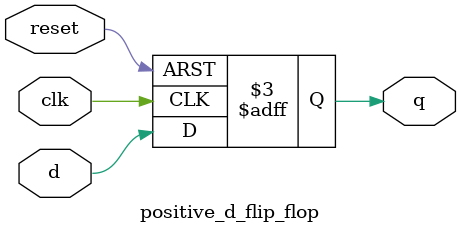
<source format=v>
module part1(SW, KEY, LEDR);
	// Assigning inputs and outputs
	input [9:0] SW;
	input [0:0] KEY;
	output [9:0] LEDR;
	
	// Wires and registers
	wire w, z, reset, clk;
	wire [8:0] state, state_next;
	
	// Setting parameters
	parameter A = 9'b000000000;
	parameter B = 9'b000000011;
	parameter C = 9'b000000101;
	parameter D = 9'b000001001;
	parameter E = 9'b000010001;
	parameter F = 9'b000100001;
	parameter G = 9'b001000001;
	parameter H = 9'b010000001;
	parameter I = 9'b100000001;
	
	// Assignments
	assign reset = SW[0];
	assign w = SW[1];
	assign clk = KEY[0];
	assign LEDR[8:0] = state;
	assign LEDR[9] = z;
	assign z = (state == E) | (state == I);
	
	// Logic
	assign state_next[0] = 1'b0;
	assign state_next[1] = ~w & (state[0] | state[5] | state[6] | state[7] | state[8]);
	assign state_next[2] = ~w & state[1];
	assign state_next[3] = ~w & state[2];
	assign state_next[4] = ~w & (state[3] | state[4]);
	assign state_next[5] = w & (state[0] | state[1] | state[2] | state[3] | state[4]);
	assign state_next[6] = w & state[5];
	assign state_next[7] = w & state[6];
	assign state_next[8] = w & (state[7] | state[8]);
	
	// Instantiating flip-flops
	positive_d_flip_flop F0 (state_next[0], clk, reset, state[0]);
	positive_d_flip_flop F1 (state_next[1], clk, reset, state[1]);
	positive_d_flip_flop F2 (state_next[2], clk, reset, state[2]);
	positive_d_flip_flop F3 (state_next[3], clk, reset, state[3]);
	positive_d_flip_flop F4 (state_next[4], clk, reset, state[4]);
	positive_d_flip_flop F5 (state_next[5], clk, reset, state[5]);
	positive_d_flip_flop F6 (state_next[6], clk, reset, state[6]);
	positive_d_flip_flop F7 (state_next[7], clk, reset, state[7]);
	positive_d_flip_flop F8 (state_next[8], clk, reset, state[8]);
endmodule

module positive_d_flip_flop(d, clk, reset, q);
	// Assigning inputs and outputs
	input d, clk, reset;
	output reg q;
	
	// Logic
	always @(posedge clk or negedge reset)
		if (~reset)
			q <= 1'b0;
		else
			q <= d;
endmodule

</source>
